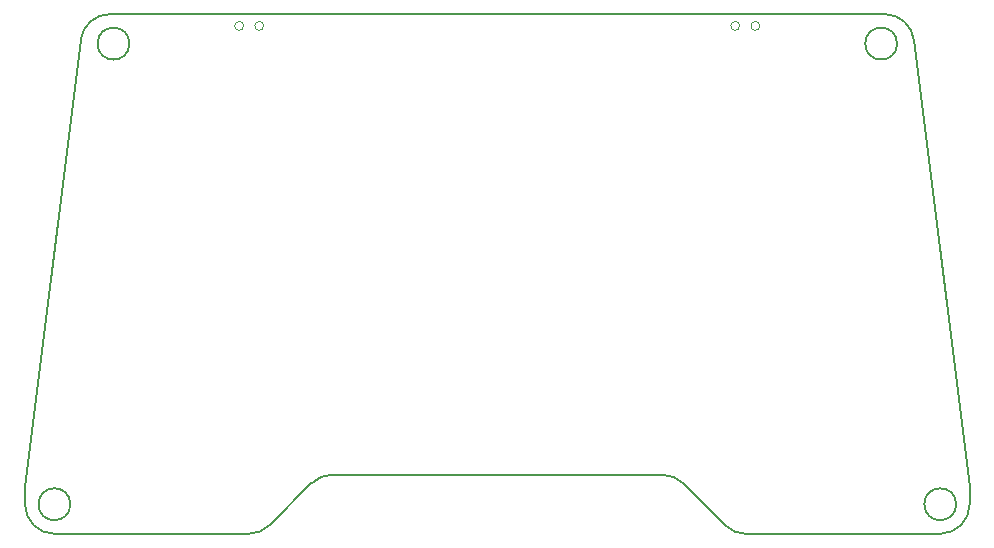
<source format=gbr>
%TF.GenerationSoftware,KiCad,Pcbnew,(6.0.5)*%
%TF.CreationDate,2023-01-30T15:53:00+08:00*%
%TF.ProjectId,Mini_Remoter,4d696e69-5f52-4656-9d6f-7465722e6b69,rev?*%
%TF.SameCoordinates,Original*%
%TF.FileFunction,Profile,NP*%
%FSLAX46Y46*%
G04 Gerber Fmt 4.6, Leading zero omitted, Abs format (unit mm)*
G04 Created by KiCad (PCBNEW (6.0.5)) date 2023-01-30 15:53:00*
%MOMM*%
%LPD*%
G01*
G04 APERTURE LIST*
%TA.AperFunction,Profile*%
%ADD10C,0.200000*%
%TD*%
%TA.AperFunction,Profile*%
%ADD11C,0.120000*%
%TD*%
G04 APERTURE END LIST*
D10*
X134071956Y-84685000D02*
G75*
G03*
X134071956Y-84685000I-1350000J0D01*
G01*
X139071956Y-123685000D02*
G75*
G03*
X139071956Y-123685000I-1350000J0D01*
G01*
X64071956Y-123685000D02*
G75*
G03*
X64071956Y-123685000I-1350000J0D01*
G01*
X69071956Y-84685000D02*
G75*
G03*
X69071956Y-84685000I-1350000J0D01*
G01*
X119489723Y-125452767D02*
G75*
G03*
X121257490Y-126185000I1767767J1767767D01*
G01*
X115954189Y-121917233D02*
X119489723Y-125452767D01*
X115954189Y-121917233D02*
G75*
G03*
X114186422Y-121185000I-1767767J-1767767D01*
G01*
X86257490Y-121185000D02*
X114186422Y-121185000D01*
X86257490Y-121185000D02*
G75*
G03*
X84489723Y-121917233I0J-2500000D01*
G01*
X80954189Y-125452767D02*
X84489723Y-121917233D01*
X79186422Y-126185000D02*
G75*
G03*
X80954189Y-125452767I0J2500000D01*
G01*
X62721956Y-126185000D02*
X79186422Y-126185000D01*
X60221956Y-123685000D02*
G75*
G03*
X62721956Y-126185000I2500000J0D01*
G01*
X60221956Y-122185000D02*
X60221956Y-123685000D01*
X64948217Y-84374913D02*
X60221956Y-122185000D01*
X67428912Y-82185000D02*
G75*
G03*
X64948217Y-84374913I-546J-2499382D01*
G01*
X81221956Y-82185000D02*
X67428912Y-82185000D01*
X119221956Y-82185000D02*
X81221956Y-82185000D01*
X133015000Y-82185000D02*
X119221956Y-82185000D01*
X135495695Y-84374913D02*
G75*
G03*
X133015000Y-82185000I-2480149J-309469D01*
G01*
X140221956Y-122185000D02*
X135495695Y-84374913D01*
X140221956Y-123685000D02*
X140221956Y-122185000D01*
X137721956Y-126185000D02*
G75*
G03*
X140221956Y-123685000I0J2500000D01*
G01*
X121257490Y-126185000D02*
X137721956Y-126185000D01*
D11*
%TO.C,SW2*%
X122440000Y-83185000D02*
G75*
G03*
X122440000Y-83185000I-375000J0D01*
G01*
X120740000Y-83185000D02*
G75*
G03*
X120740000Y-83185000I-375000J0D01*
G01*
%TO.C,SW1*%
X80440000Y-83185000D02*
G75*
G03*
X80440000Y-83185000I-375000J0D01*
G01*
X78740000Y-83185000D02*
G75*
G03*
X78740000Y-83185000I-375000J0D01*
G01*
%TD*%
M02*

</source>
